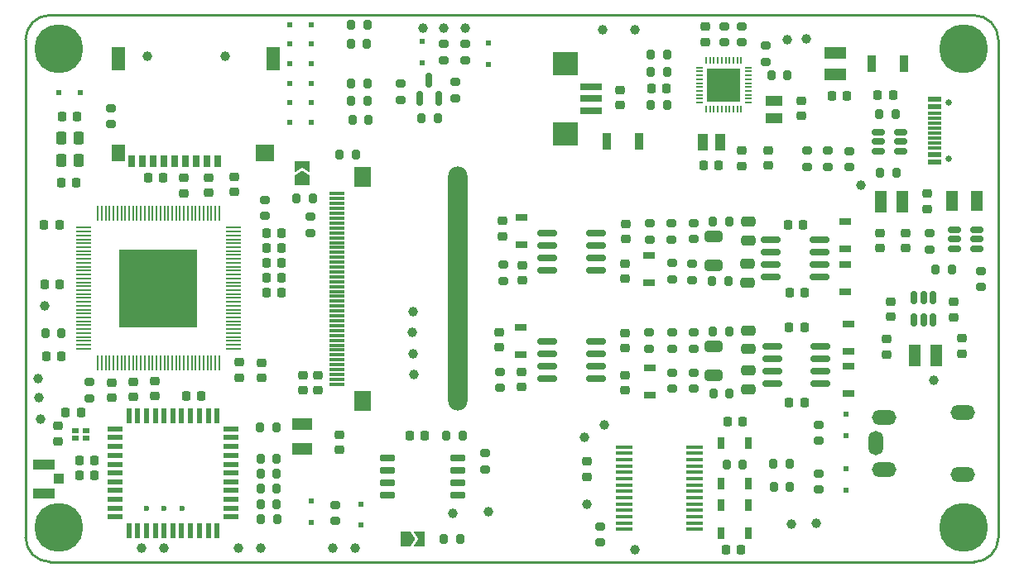
<source format=gbr>
%TF.GenerationSoftware,KiCad,Pcbnew,(6.0.4)*%
%TF.CreationDate,2023-03-22T18:48:28+03:00*%
%TF.ProjectId,mp3_test_board,6d70335f-7465-4737-945f-626f6172642e,rev?*%
%TF.SameCoordinates,Original*%
%TF.FileFunction,Soldermask,Bot*%
%TF.FilePolarity,Negative*%
%FSLAX46Y46*%
G04 Gerber Fmt 4.6, Leading zero omitted, Abs format (unit mm)*
G04 Created by KiCad (PCBNEW (6.0.4)) date 2023-03-22 18:48:28*
%MOMM*%
%LPD*%
G01*
G04 APERTURE LIST*
G04 Aperture macros list*
%AMRoundRect*
0 Rectangle with rounded corners*
0 $1 Rounding radius*
0 $2 $3 $4 $5 $6 $7 $8 $9 X,Y pos of 4 corners*
0 Add a 4 corners polygon primitive as box body*
4,1,4,$2,$3,$4,$5,$6,$7,$8,$9,$2,$3,0*
0 Add four circle primitives for the rounded corners*
1,1,$1+$1,$2,$3*
1,1,$1+$1,$4,$5*
1,1,$1+$1,$6,$7*
1,1,$1+$1,$8,$9*
0 Add four rect primitives between the rounded corners*
20,1,$1+$1,$2,$3,$4,$5,0*
20,1,$1+$1,$4,$5,$6,$7,0*
20,1,$1+$1,$6,$7,$8,$9,0*
20,1,$1+$1,$8,$9,$2,$3,0*%
%AMFreePoly0*
4,1,6,1.000000,0.000000,0.500000,-0.750000,-0.500000,-0.750000,-0.500000,0.750000,0.500000,0.750000,1.000000,0.000000,1.000000,0.000000,$1*%
%AMFreePoly1*
4,1,6,0.500000,-0.750000,-0.650000,-0.750000,-0.150000,0.000000,-0.650000,0.750000,0.500000,0.750000,0.500000,-0.750000,0.500000,-0.750000,$1*%
G04 Aperture macros list end*
%TA.AperFunction,Profile*%
%ADD10C,0.250000*%
%TD*%
%ADD11C,1.000000*%
%ADD12C,5.000000*%
%ADD13C,0.800000*%
%ADD14O,2.000000X25.000000*%
%ADD15R,1.500000X0.300000*%
%ADD16R,1.700000X2.000000*%
%ADD17RoundRect,0.225000X0.250000X-0.225000X0.250000X0.225000X-0.250000X0.225000X-0.250000X-0.225000X0*%
%ADD18RoundRect,0.200000X-0.200000X-0.275000X0.200000X-0.275000X0.200000X0.275000X-0.200000X0.275000X0*%
%ADD19RoundRect,0.225000X-0.225000X-0.250000X0.225000X-0.250000X0.225000X0.250000X-0.225000X0.250000X0*%
%ADD20RoundRect,0.200000X0.275000X-0.200000X0.275000X0.200000X-0.275000X0.200000X-0.275000X-0.200000X0*%
%ADD21R,1.770000X1.100000*%
%ADD22R,0.500000X0.500000*%
%ADD23RoundRect,0.225000X0.225000X0.250000X-0.225000X0.250000X-0.225000X-0.250000X0.225000X-0.250000X0*%
%ADD24RoundRect,0.200000X0.200000X0.275000X-0.200000X0.275000X-0.200000X-0.275000X0.200000X-0.275000X0*%
%ADD25RoundRect,0.250000X0.650000X-0.325000X0.650000X0.325000X-0.650000X0.325000X-0.650000X-0.325000X0*%
%ADD26R,1.240000X2.220000*%
%ADD27R,1.200000X0.800000*%
%ADD28RoundRect,0.250000X0.475000X-0.250000X0.475000X0.250000X-0.475000X0.250000X-0.475000X-0.250000X0*%
%ADD29RoundRect,0.200000X-0.275000X0.200000X-0.275000X-0.200000X0.275000X-0.200000X0.275000X0.200000X0*%
%ADD30R,0.800000X1.200000*%
%ADD31R,1.050000X1.000000*%
%ADD32R,2.200000X1.050000*%
%ADD33FreePoly0,90.000000*%
%ADD34FreePoly1,90.000000*%
%ADD35RoundRect,0.225000X-0.250000X0.225000X-0.250000X-0.225000X0.250000X-0.225000X0.250000X0.225000X0*%
%ADD36RoundRect,0.150000X-0.512500X-0.150000X0.512500X-0.150000X0.512500X0.150000X-0.512500X0.150000X0*%
%ADD37RoundRect,0.150000X0.650000X0.150000X-0.650000X0.150000X-0.650000X-0.150000X0.650000X-0.150000X0*%
%ADD38RoundRect,0.150000X-0.825000X-0.150000X0.825000X-0.150000X0.825000X0.150000X-0.825000X0.150000X0*%
%ADD39R,0.730000X0.600000*%
%ADD40R,2.000000X1.250000*%
%ADD41FreePoly0,0.000000*%
%ADD42FreePoly1,0.000000*%
%ADD43O,1.500000X2.500000*%
%ADD44O,2.500000X1.500000*%
%ADD45R,0.820000X1.820000*%
%ADD46RoundRect,0.062500X-0.062500X0.675000X-0.062500X-0.675000X0.062500X-0.675000X0.062500X0.675000X0*%
%ADD47RoundRect,0.062500X-0.675000X0.062500X-0.675000X-0.062500X0.675000X-0.062500X0.675000X0.062500X0*%
%ADD48R,8.000000X8.000000*%
%ADD49C,0.650000*%
%ADD50R,1.450000X0.600000*%
%ADD51R,1.450000X0.300000*%
%ADD52RoundRect,0.150000X0.150000X-0.512500X0.150000X0.512500X-0.150000X0.512500X-0.150000X-0.512500X0*%
%ADD53RoundRect,0.150000X0.150000X-0.587500X0.150000X0.587500X-0.150000X0.587500X-0.150000X-0.587500X0*%
%ADD54R,2.200000X0.800000*%
%ADD55R,2.500000X2.350000*%
%ADD56R,1.500000X0.600000*%
%ADD57R,0.600000X1.500000*%
%ADD58C,0.600000*%
%ADD59R,2.220000X1.240000*%
%ADD60RoundRect,0.275000X-0.275000X0.375000X-0.275000X-0.375000X0.275000X-0.375000X0.275000X0.375000X0*%
%ADD61C,0.999997*%
%ADD62R,0.700000X1.300000*%
%ADD63R,1.447800X1.651000*%
%ADD64R,1.854200X1.651000*%
%ADD65R,1.447800X2.438400*%
%ADD66O,0.200000X0.800000*%
%ADD67O,0.800000X0.200000*%
%ADD68R,3.400000X3.400000*%
%ADD69R,1.750000X0.450000*%
%ADD70RoundRect,0.150000X0.512500X0.150000X-0.512500X0.150000X-0.512500X-0.150000X0.512500X-0.150000X0*%
%ADD71R,1.250000X2.000000*%
%ADD72R,1.100000X1.770000*%
G04 APERTURE END LIST*
D10*
X173460000Y-99250000D02*
G75*
G03*
X175960000Y-96750000I-100J2500100D01*
G01*
X175960000Y-45750000D02*
G75*
G03*
X173460000Y-43250000I-2500000J0D01*
G01*
X78967767Y-43232167D02*
G75*
G03*
X76467767Y-45732233I33J-2500033D01*
G01*
X76467767Y-45732233D02*
X76467767Y-96732233D01*
X78967767Y-99232233D02*
X173467767Y-99232233D01*
X175960000Y-96750000D02*
X175960000Y-45750000D01*
X173467767Y-43232233D02*
X78967767Y-43232233D01*
X76467767Y-96732233D02*
G75*
G03*
X78967767Y-99232233I2500033J33D01*
G01*
D11*
%TO.C,SW7*%
X107850000Y-97852500D03*
X110150000Y-97852500D03*
%TD*%
%TO.C,SW6*%
X100550000Y-97780000D03*
X98250000Y-97780000D03*
%TD*%
D12*
%TO.C,H4*%
X172400000Y-46700000D03*
D13*
X173725825Y-48025825D03*
X174275000Y-46700000D03*
X170525000Y-46700000D03*
X171074175Y-48025825D03*
X173725825Y-45374175D03*
X172400000Y-44825000D03*
X171074175Y-45374175D03*
X172400000Y-48575000D03*
%TD*%
%TO.C,H2*%
X79900000Y-48575000D03*
X81225825Y-45374175D03*
X78574175Y-45374175D03*
D12*
X79900000Y-46700000D03*
D13*
X79900000Y-44825000D03*
X81225825Y-48025825D03*
X81775000Y-46700000D03*
X78574175Y-48025825D03*
X78025000Y-46700000D03*
%TD*%
D14*
%TO.C,P1*%
X120710000Y-71222533D03*
D15*
X108305936Y-81036943D03*
X108305936Y-80536943D03*
X108305936Y-80036943D03*
X108305936Y-79536943D03*
X108305936Y-79036943D03*
X108305936Y-78536943D03*
X108305936Y-78036943D03*
X108305936Y-77536943D03*
X108305936Y-77036943D03*
X108305936Y-76536943D03*
X108305936Y-76036943D03*
X108305936Y-75536943D03*
X108305936Y-75036943D03*
X108305936Y-74536943D03*
X108305936Y-74036943D03*
X108305936Y-73536943D03*
X108305936Y-73036943D03*
X108305936Y-72536943D03*
X108305936Y-72036943D03*
X108305936Y-71536943D03*
X108305936Y-71036943D03*
X108305936Y-70536943D03*
X108305936Y-70036943D03*
X108305936Y-69536943D03*
X108305936Y-69036943D03*
X108305936Y-68536943D03*
X108305936Y-68036943D03*
X108305936Y-67536943D03*
X108305936Y-67036943D03*
X108305936Y-66536943D03*
X108305936Y-66036943D03*
X108305936Y-65536943D03*
X108305936Y-65036943D03*
X108305936Y-64536943D03*
X108305936Y-64036943D03*
X108305936Y-63536943D03*
X108305936Y-63036943D03*
X108305936Y-62536943D03*
X108305936Y-62036943D03*
X108305936Y-61536943D03*
D16*
X110905936Y-59836943D03*
X110905936Y-82736943D03*
%TD*%
D13*
%TO.C,H1*%
X81225825Y-97025825D03*
X81775000Y-95700000D03*
X78574175Y-97025825D03*
D12*
X79900000Y-95700000D03*
D13*
X79900000Y-93825000D03*
X79900000Y-97575000D03*
X81225825Y-94374175D03*
X78025000Y-95700000D03*
X78574175Y-94374175D03*
%TD*%
D11*
%TO.C,SW8*%
X88350000Y-97780000D03*
X90650000Y-97780000D03*
%TD*%
D13*
%TO.C,H3*%
X174275000Y-95700000D03*
X173725825Y-97025825D03*
X171074175Y-94374175D03*
X171074175Y-97025825D03*
D12*
X172400000Y-95700000D03*
D13*
X170525000Y-95700000D03*
X173725825Y-94374175D03*
X172400000Y-97575000D03*
X172400000Y-93825000D03*
%TD*%
D17*
%TO.C,C18*%
X98321747Y-80348555D03*
X98321747Y-78798555D03*
%TD*%
D11*
%TO.C,TP17*%
X77961747Y-84613555D03*
%TD*%
D18*
%TO.C,R38*%
X146685000Y-70510000D03*
X148335000Y-70510000D03*
%TD*%
D19*
%TO.C,C35*%
X154607700Y-71653938D03*
X156157700Y-71653938D03*
%TD*%
D20*
%TO.C,R13*%
X160722700Y-58788938D03*
X160722700Y-57138938D03*
%TD*%
D21*
%TO.C,L2*%
X152985000Y-53765000D03*
X152985000Y-51995000D03*
%TD*%
D22*
%TO.C,D6*%
X105650000Y-52200000D03*
X103450000Y-52200000D03*
%TD*%
D19*
%TO.C,C14*%
X101095000Y-70120000D03*
X102645000Y-70120000D03*
%TD*%
%TO.C,C12*%
X101095000Y-67120000D03*
X102645000Y-67120000D03*
%TD*%
D23*
%TO.C,C17*%
X79965000Y-70850000D03*
X78415000Y-70850000D03*
%TD*%
D11*
%TO.C,TP13*%
X154800000Y-95353938D03*
%TD*%
D24*
%TO.C,R62*%
X102126747Y-88653555D03*
X100476747Y-88653555D03*
%TD*%
D18*
%TO.C,R37*%
X146775000Y-64350000D03*
X148425000Y-64350000D03*
%TD*%
D25*
%TO.C,C48*%
X146820000Y-80145000D03*
X146820000Y-77195000D03*
%TD*%
D11*
%TO.C,TP23*%
X133620400Y-86492876D03*
%TD*%
D24*
%TO.C,R20*%
X165425000Y-53400000D03*
X163775000Y-53400000D03*
%TD*%
D26*
%TO.C,FB3*%
X166142700Y-62383938D03*
X163962700Y-62383938D03*
%TD*%
D22*
%TO.C,D9*%
X160350000Y-89700000D03*
X160350000Y-91900000D03*
%TD*%
D27*
%TO.C,C54*%
X160300000Y-67175000D03*
X160300000Y-64375000D03*
%TD*%
D20*
%TO.C,R33*%
X144790000Y-66175000D03*
X144790000Y-64525000D03*
%TD*%
D11*
%TO.C,TP22*%
X135680400Y-85242876D03*
%TD*%
D28*
%TO.C,C52*%
X150400000Y-81550000D03*
X150400000Y-79650000D03*
%TD*%
D29*
%TO.C,R12*%
X158532700Y-57108938D03*
X158532700Y-58758938D03*
%TD*%
D11*
%TO.C,TP9*%
X121400000Y-44600000D03*
%TD*%
D30*
%TO.C,C31*%
X147607700Y-91178938D03*
X150407700Y-91178938D03*
%TD*%
D24*
%TO.C,R56*%
X111355000Y-46150000D03*
X109705000Y-46150000D03*
%TD*%
%TO.C,R43*%
X142085000Y-49050000D03*
X140435000Y-49050000D03*
%TD*%
D19*
%TO.C,C13*%
X101095000Y-68620000D03*
X102645000Y-68620000D03*
%TD*%
D17*
%TO.C,C20*%
X137782700Y-81678938D03*
X137782700Y-80128938D03*
%TD*%
D31*
%TO.C,RF1*%
X79841747Y-90733555D03*
D32*
X78321747Y-92203555D03*
X78321747Y-89263555D03*
%TD*%
D23*
%TO.C,C56*%
X83536747Y-88833555D03*
X81986747Y-88833555D03*
%TD*%
D20*
%TO.C,R30*%
X142600000Y-81500000D03*
X142600000Y-79850000D03*
%TD*%
D27*
%TO.C,C29*%
X140200000Y-67875000D03*
X140200000Y-70675000D03*
%TD*%
%TO.C,C53*%
X160300000Y-71575000D03*
X160300000Y-68775000D03*
%TD*%
D11*
%TO.C,TP1*%
X116220000Y-80000000D03*
%TD*%
%TO.C,TP12*%
X120131747Y-94288555D03*
%TD*%
D33*
%TO.C,JP2*%
X104780000Y-60145000D03*
D34*
X104780000Y-58695000D03*
%TD*%
D24*
%TO.C,R45*%
X142085000Y-47250000D03*
X140435000Y-47250000D03*
%TD*%
D11*
%TO.C,TP15*%
X154332700Y-45763938D03*
%TD*%
D20*
%TO.C,R23*%
X135230400Y-97237876D03*
X135230400Y-95587876D03*
%TD*%
%TO.C,R36*%
X144800000Y-81500000D03*
X144800000Y-79850000D03*
%TD*%
%TO.C,R21*%
X123471747Y-89763555D03*
X123471747Y-88113555D03*
%TD*%
D35*
%TO.C,C2*%
X104821747Y-80098555D03*
X104821747Y-81648555D03*
%TD*%
D28*
%TO.C,C49*%
X150420000Y-66310000D03*
X150420000Y-64410000D03*
%TD*%
D17*
%TO.C,C4*%
X92652700Y-61458938D03*
X92652700Y-59908938D03*
%TD*%
D36*
%TO.C,U2*%
X163662500Y-57150000D03*
X163662500Y-56200000D03*
X163662500Y-55250000D03*
X165937500Y-55250000D03*
X165937500Y-56200000D03*
X165937500Y-57150000D03*
%TD*%
D35*
%TO.C,C19*%
X89681747Y-80728555D03*
X89681747Y-82278555D03*
%TD*%
D11*
%TO.C,TP20*%
X161932700Y-60663938D03*
%TD*%
D25*
%TO.C,C47*%
X146795000Y-68850000D03*
X146795000Y-65900000D03*
%TD*%
D22*
%TO.C,D4*%
X105650000Y-48200000D03*
X103450000Y-48200000D03*
%TD*%
D20*
%TO.C,R3*%
X105590000Y-65525000D03*
X105590000Y-63875000D03*
%TD*%
D37*
%TO.C,U3*%
X120701747Y-88563555D03*
X120701747Y-89833555D03*
X120701747Y-91103555D03*
X120701747Y-92373555D03*
X113501747Y-92373555D03*
X113501747Y-91103555D03*
X113501747Y-89833555D03*
X113501747Y-88563555D03*
%TD*%
D38*
%TO.C,U8*%
X152825000Y-81005000D03*
X152825000Y-79735000D03*
X152825000Y-78465000D03*
X152825000Y-77195000D03*
X157775000Y-77195000D03*
X157775000Y-78465000D03*
X157775000Y-79735000D03*
X157775000Y-81005000D03*
%TD*%
D17*
%TO.C,C61*%
X137300000Y-52475000D03*
X137300000Y-50925000D03*
%TD*%
D11*
%TO.C,TP14*%
X157300000Y-95300000D03*
%TD*%
D23*
%TO.C,C59*%
X83506747Y-90403555D03*
X81956747Y-90403555D03*
%TD*%
D27*
%TO.C,C30*%
X127200000Y-66775000D03*
X127200000Y-63975000D03*
%TD*%
D24*
%TO.C,R58*%
X102166747Y-91763555D03*
X100516747Y-91763555D03*
%TD*%
D11*
%TO.C,TP3*%
X116032700Y-75723938D03*
%TD*%
D22*
%TO.C,D2*%
X105650000Y-44200000D03*
X103450000Y-44200000D03*
%TD*%
D17*
%TO.C,C70*%
X164952700Y-74138938D03*
X164952700Y-72588938D03*
%TD*%
D11*
%TO.C,TP8*%
X117080000Y-44600000D03*
%TD*%
D35*
%TO.C,C68*%
X152405000Y-57095000D03*
X152405000Y-58645000D03*
%TD*%
D24*
%TO.C,R2*%
X118607500Y-53800000D03*
X116957500Y-53800000D03*
%TD*%
D39*
%TO.C,Y2*%
X81581747Y-85793555D03*
X82681747Y-85793555D03*
X82681747Y-86593555D03*
X81581747Y-86593555D03*
%TD*%
D20*
%TO.C,R11*%
X156422700Y-58768938D03*
X156422700Y-57118938D03*
%TD*%
D40*
%TO.C,L1*%
X104711747Y-85108555D03*
X104711747Y-87658555D03*
%TD*%
D11*
%TO.C,TP19*%
X169382700Y-80623938D03*
%TD*%
D20*
%TO.C,R34*%
X144625000Y-70365000D03*
X144625000Y-68715000D03*
%TD*%
D26*
%TO.C,FB2*%
X169572700Y-78073938D03*
X167392700Y-78073938D03*
%TD*%
D35*
%TO.C,C34*%
X124932700Y-75678938D03*
X124932700Y-77228938D03*
%TD*%
D19*
%TO.C,C6*%
X80185000Y-53610000D03*
X81735000Y-53610000D03*
%TD*%
D29*
%TO.C,R7*%
X108161747Y-93383555D03*
X108161747Y-95033555D03*
%TD*%
D20*
%TO.C,R22*%
X85200000Y-54425000D03*
X85200000Y-52775000D03*
%TD*%
D19*
%TO.C,C15*%
X101095000Y-71620000D03*
X102645000Y-71620000D03*
%TD*%
D24*
%TO.C,R17*%
X121146747Y-86278555D03*
X119496747Y-86278555D03*
%TD*%
D19*
%TO.C,C55*%
X154557700Y-75253938D03*
X156107700Y-75253938D03*
%TD*%
D24*
%TO.C,R9*%
X154637700Y-91533938D03*
X152987700Y-91533938D03*
%TD*%
%TO.C,R60*%
X102166747Y-90203555D03*
X100516747Y-90203555D03*
%TD*%
D27*
%TO.C,C58*%
X160600000Y-77700000D03*
X160600000Y-74900000D03*
%TD*%
D23*
%TO.C,C10*%
X79905000Y-64730000D03*
X78355000Y-64730000D03*
%TD*%
D20*
%TO.C,R4*%
X120432500Y-51745000D03*
X120432500Y-50095000D03*
%TD*%
D24*
%TO.C,R15*%
X111425000Y-52000000D03*
X109775000Y-52000000D03*
%TD*%
D28*
%TO.C,C51*%
X150400000Y-77425000D03*
X150400000Y-75525000D03*
%TD*%
D19*
%TO.C,C77*%
X80576747Y-83953555D03*
X82126747Y-83953555D03*
%TD*%
D20*
%TO.C,R32*%
X142600000Y-70300000D03*
X142600000Y-68650000D03*
%TD*%
D18*
%TO.C,R6*%
X119246747Y-96908555D03*
X120896747Y-96908555D03*
%TD*%
D29*
%TO.C,R55*%
X149750000Y-44375000D03*
X149750000Y-46025000D03*
%TD*%
D23*
%TO.C,C25*%
X165175000Y-51400000D03*
X163625000Y-51400000D03*
%TD*%
D24*
%TO.C,R65*%
X102116747Y-85473555D03*
X100466747Y-85473555D03*
%TD*%
D11*
%TO.C,TP11*%
X123831747Y-94088555D03*
%TD*%
D29*
%TO.C,R54*%
X147950000Y-44375000D03*
X147950000Y-46025000D03*
%TD*%
D22*
%TO.C,D1*%
X110780000Y-93290000D03*
X110780000Y-95490000D03*
%TD*%
D17*
%TO.C,C8*%
X95202700Y-61408938D03*
X95202700Y-59858938D03*
%TD*%
D18*
%TO.C,R49*%
X152725000Y-49400000D03*
X154375000Y-49400000D03*
%TD*%
D41*
%TO.C,JP1*%
X115336747Y-96878555D03*
D42*
X116786747Y-96878555D03*
%TD*%
D29*
%TO.C,R52*%
X119200000Y-46175000D03*
X119200000Y-47825000D03*
%TD*%
D24*
%TO.C,R53*%
X105825000Y-62000000D03*
X104175000Y-62000000D03*
%TD*%
D43*
%TO.C,J2*%
X163395000Y-87100000D03*
D44*
X164295000Y-84450000D03*
X172295000Y-90300000D03*
X172295000Y-83900000D03*
X164295000Y-89750000D03*
%TD*%
D24*
%TO.C,R14*%
X111545000Y-53930000D03*
X109895000Y-53930000D03*
%TD*%
D45*
%TO.C,F2*%
X135900000Y-56200000D03*
X139200000Y-56200000D03*
%TD*%
D29*
%TO.C,R31*%
X142545000Y-64550000D03*
X142545000Y-66200000D03*
%TD*%
D30*
%TO.C,C38*%
X147607700Y-96278938D03*
X150407700Y-96278938D03*
%TD*%
D19*
%TO.C,C11*%
X101085000Y-65520000D03*
X102635000Y-65520000D03*
%TD*%
D11*
%TO.C,TP25*%
X138771747Y-44693555D03*
%TD*%
D18*
%TO.C,R10*%
X152955000Y-89190000D03*
X154605000Y-89190000D03*
%TD*%
D20*
%TO.C,R1*%
X114792500Y-51922500D03*
X114792500Y-50272500D03*
%TD*%
D35*
%TO.C,C64*%
X155800000Y-52025000D03*
X155800000Y-53575000D03*
%TD*%
D11*
%TO.C,TP2*%
X116090000Y-77890000D03*
%TD*%
D35*
%TO.C,C44*%
X137895000Y-64600000D03*
X137895000Y-66150000D03*
%TD*%
D23*
%TO.C,C27*%
X90567700Y-59893938D03*
X89017700Y-59893938D03*
%TD*%
%TO.C,C66*%
X94446747Y-82210000D03*
X92896747Y-82210000D03*
%TD*%
D17*
%TO.C,C60*%
X108550000Y-87735000D03*
X108550000Y-86185000D03*
%TD*%
D35*
%TO.C,C42*%
X127200000Y-79800000D03*
X127200000Y-81350000D03*
%TD*%
D30*
%TO.C,C36*%
X147607700Y-87078938D03*
X150407700Y-87078938D03*
%TD*%
D46*
%TO.C,U1*%
X83860000Y-63537500D03*
X84260000Y-63537500D03*
X84660000Y-63537500D03*
X85060000Y-63537500D03*
X85460000Y-63537500D03*
X85860000Y-63537500D03*
X86260000Y-63537500D03*
X86660000Y-63537500D03*
X87060000Y-63537500D03*
X87460000Y-63537500D03*
X87860000Y-63537500D03*
X88260000Y-63537500D03*
X88660000Y-63537500D03*
X89060000Y-63537500D03*
X89460000Y-63537500D03*
X89860000Y-63537500D03*
X90260000Y-63537500D03*
X90660000Y-63537500D03*
X91060000Y-63537500D03*
X91460000Y-63537500D03*
X91860000Y-63537500D03*
X92260000Y-63537500D03*
X92660000Y-63537500D03*
X93060000Y-63537500D03*
X93460000Y-63537500D03*
X93860000Y-63537500D03*
X94260000Y-63537500D03*
X94660000Y-63537500D03*
X95060000Y-63537500D03*
X95460000Y-63537500D03*
X95860000Y-63537500D03*
X96260000Y-63537500D03*
D47*
X97722500Y-65000000D03*
X97722500Y-65400000D03*
X97722500Y-65800000D03*
X97722500Y-66200000D03*
X97722500Y-66600000D03*
X97722500Y-67000000D03*
X97722500Y-67400000D03*
X97722500Y-67800000D03*
X97722500Y-68200000D03*
X97722500Y-68600000D03*
X97722500Y-69000000D03*
X97722500Y-69400000D03*
X97722500Y-69800000D03*
X97722500Y-70200000D03*
X97722500Y-70600000D03*
X97722500Y-71000000D03*
X97722500Y-71400000D03*
X97722500Y-71800000D03*
X97722500Y-72200000D03*
X97722500Y-72600000D03*
X97722500Y-73000000D03*
X97722500Y-73400000D03*
X97722500Y-73800000D03*
X97722500Y-74200000D03*
X97722500Y-74600000D03*
X97722500Y-75000000D03*
X97722500Y-75400000D03*
X97722500Y-75800000D03*
X97722500Y-76200000D03*
X97722500Y-76600000D03*
X97722500Y-77000000D03*
X97722500Y-77400000D03*
D46*
X96260000Y-78862500D03*
X95860000Y-78862500D03*
X95460000Y-78862500D03*
X95060000Y-78862500D03*
X94660000Y-78862500D03*
X94260000Y-78862500D03*
X93860000Y-78862500D03*
X93460000Y-78862500D03*
X93060000Y-78862500D03*
X92660000Y-78862500D03*
X92260000Y-78862500D03*
X91860000Y-78862500D03*
X91460000Y-78862500D03*
X91060000Y-78862500D03*
X90660000Y-78862500D03*
X90260000Y-78862500D03*
X89860000Y-78862500D03*
X89460000Y-78862500D03*
X89060000Y-78862500D03*
X88660000Y-78862500D03*
X88260000Y-78862500D03*
X87860000Y-78862500D03*
X87460000Y-78862500D03*
X87060000Y-78862500D03*
X86660000Y-78862500D03*
X86260000Y-78862500D03*
X85860000Y-78862500D03*
X85460000Y-78862500D03*
X85060000Y-78862500D03*
X84660000Y-78862500D03*
X84260000Y-78862500D03*
X83860000Y-78862500D03*
D47*
X82397500Y-77400000D03*
X82397500Y-77000000D03*
X82397500Y-76600000D03*
X82397500Y-76200000D03*
X82397500Y-75800000D03*
X82397500Y-75400000D03*
X82397500Y-75000000D03*
X82397500Y-74600000D03*
X82397500Y-74200000D03*
X82397500Y-73800000D03*
X82397500Y-73400000D03*
X82397500Y-73000000D03*
X82397500Y-72600000D03*
X82397500Y-72200000D03*
X82397500Y-71800000D03*
X82397500Y-71400000D03*
X82397500Y-71000000D03*
X82397500Y-70600000D03*
X82397500Y-70200000D03*
X82397500Y-69800000D03*
X82397500Y-69400000D03*
X82397500Y-69000000D03*
X82397500Y-68600000D03*
X82397500Y-68200000D03*
X82397500Y-67800000D03*
X82397500Y-67400000D03*
X82397500Y-67000000D03*
X82397500Y-66600000D03*
X82397500Y-66200000D03*
X82397500Y-65800000D03*
X82397500Y-65400000D03*
X82397500Y-65000000D03*
D48*
X90060000Y-71200000D03*
%TD*%
D49*
%TO.C,P2*%
X170855000Y-52180000D03*
X170855000Y-57960000D03*
D50*
X169410000Y-51845000D03*
X169410000Y-52620000D03*
D51*
X169410000Y-53820000D03*
X169410000Y-54820000D03*
X169410000Y-55320000D03*
X169410000Y-56320000D03*
X169410000Y-56820000D03*
X169410000Y-55820000D03*
X169410000Y-54320000D03*
X169410000Y-53320000D03*
D50*
X169410000Y-57520000D03*
X169410000Y-58295000D03*
%TD*%
D17*
%TO.C,C9*%
X97832700Y-61368938D03*
X97832700Y-59818938D03*
%TD*%
D18*
%TO.C,R63*%
X100546747Y-94833555D03*
X102196747Y-94833555D03*
%TD*%
D38*
%TO.C,U7*%
X152680000Y-70045000D03*
X152680000Y-68775000D03*
X152680000Y-67505000D03*
X152680000Y-66235000D03*
X157630000Y-66235000D03*
X157630000Y-67505000D03*
X157630000Y-68775000D03*
X157630000Y-70045000D03*
%TD*%
D23*
%TO.C,C3*%
X80125000Y-78200000D03*
X78575000Y-78200000D03*
%TD*%
D11*
%TO.C,TP5*%
X77781747Y-80433555D03*
%TD*%
%TO.C,TP10*%
X119200000Y-44600000D03*
%TD*%
D18*
%TO.C,R48*%
X169537700Y-69313938D03*
X171187700Y-69313938D03*
%TD*%
D20*
%TO.C,R50*%
X152150000Y-48025000D03*
X152150000Y-46375000D03*
%TD*%
D23*
%TO.C,C26*%
X117296747Y-86308555D03*
X115746747Y-86308555D03*
%TD*%
D22*
%TO.C,D10*%
X160350000Y-86300000D03*
X160350000Y-84100000D03*
%TD*%
D35*
%TO.C,C67*%
X149735000Y-57125000D03*
X149735000Y-58675000D03*
%TD*%
D30*
%TO.C,C37*%
X147607700Y-93378938D03*
X150407700Y-93378938D03*
%TD*%
D23*
%TO.C,C62*%
X142035000Y-50750000D03*
X140485000Y-50750000D03*
%TD*%
D29*
%TO.C,R26*%
X125000000Y-79750000D03*
X125000000Y-81400000D03*
%TD*%
%TO.C,R41*%
X157550000Y-85175000D03*
X157550000Y-86825000D03*
%TD*%
D18*
%TO.C,R5*%
X78465000Y-75770000D03*
X80115000Y-75770000D03*
%TD*%
D19*
%TO.C,C65*%
X145825000Y-58600000D03*
X147375000Y-58600000D03*
%TD*%
D22*
%TO.C,D13*%
X123800000Y-48300000D03*
X123800000Y-46100000D03*
%TD*%
D52*
%TO.C,U11*%
X169250000Y-74437500D03*
X168300000Y-74437500D03*
X167350000Y-74437500D03*
X167350000Y-72162500D03*
X168300000Y-72162500D03*
X169250000Y-72162500D03*
%TD*%
D18*
%TO.C,R44*%
X140435000Y-52450000D03*
X142085000Y-52450000D03*
%TD*%
D19*
%TO.C,C45*%
X154457700Y-64753938D03*
X156007700Y-64753938D03*
%TD*%
D24*
%TO.C,R59*%
X102166747Y-93323555D03*
X100516747Y-93323555D03*
%TD*%
D22*
%TO.C,D8*%
X79900000Y-51200000D03*
X82100000Y-51200000D03*
%TD*%
%TO.C,D7*%
X105650000Y-54200000D03*
X103450000Y-54200000D03*
%TD*%
D29*
%TO.C,R27*%
X140200000Y-75750000D03*
X140200000Y-77400000D03*
%TD*%
D53*
%TO.C,Q1*%
X118692500Y-51757500D03*
X116792500Y-51757500D03*
X117742500Y-49882500D03*
%TD*%
D54*
%TO.C,D11*%
X134300000Y-53050000D03*
X134300000Y-51800000D03*
X134300000Y-50550000D03*
D55*
X131700000Y-55430000D03*
X131700000Y-48170000D03*
%TD*%
D11*
%TO.C,TP4*%
X116060000Y-73630000D03*
%TD*%
D22*
%TO.C,D14*%
X117000000Y-48100000D03*
X117000000Y-45900000D03*
%TD*%
D35*
%TO.C,C23*%
X87491747Y-80778555D03*
X87491747Y-82328555D03*
%TD*%
D18*
%TO.C,R39*%
X146775000Y-75610000D03*
X148425000Y-75610000D03*
%TD*%
D20*
%TO.C,R47*%
X168900000Y-67225000D03*
X168900000Y-65575000D03*
%TD*%
D19*
%TO.C,C5*%
X80117700Y-60413938D03*
X81667700Y-60413938D03*
%TD*%
D24*
%TO.C,R18*%
X110215000Y-57500000D03*
X108565000Y-57500000D03*
%TD*%
D29*
%TO.C,R29*%
X142600000Y-75750000D03*
X142600000Y-77400000D03*
%TD*%
D56*
%TO.C,U12*%
X85651747Y-94623555D03*
X85651747Y-93733555D03*
X85651747Y-92813555D03*
X85651747Y-91923555D03*
X85651747Y-91013555D03*
X85651747Y-90123555D03*
X85651747Y-89233555D03*
X85651747Y-88323555D03*
X85651747Y-87433555D03*
X85651747Y-86513555D03*
X85651747Y-85623555D03*
D57*
X87041747Y-84233555D03*
X87931747Y-84233555D03*
X88851747Y-84233555D03*
X89741747Y-84233555D03*
X90651747Y-84233555D03*
X91541747Y-84233555D03*
X92431747Y-84233555D03*
X93341747Y-84233555D03*
X94231747Y-84233555D03*
X95151747Y-84233555D03*
X96041747Y-84233555D03*
D56*
X97431747Y-85623555D03*
X97431747Y-86513555D03*
X97431747Y-87433555D03*
X97431747Y-88323555D03*
X97431747Y-89233555D03*
X97431747Y-90123555D03*
X97431747Y-91013555D03*
X97431747Y-91923555D03*
X97431747Y-92813555D03*
X97431747Y-93733555D03*
X97431747Y-94623555D03*
D57*
X96041747Y-96013555D03*
X95151747Y-96013555D03*
X94231747Y-96013555D03*
X93341747Y-96013555D03*
X92431747Y-96013555D03*
X91541747Y-96013555D03*
X90651747Y-96013555D03*
X89741747Y-96013555D03*
X88851747Y-96013555D03*
X87931747Y-96013555D03*
X87041747Y-96013555D03*
D58*
X88841747Y-93733555D03*
X90641747Y-93733555D03*
X92441747Y-93733555D03*
%TD*%
D45*
%TO.C,F1*%
X163040000Y-48170000D03*
X166340000Y-48170000D03*
%TD*%
D24*
%TO.C,R19*%
X165525000Y-59400000D03*
X163875000Y-59400000D03*
%TD*%
D29*
%TO.C,R28*%
X140345000Y-64550000D03*
X140345000Y-66200000D03*
%TD*%
D11*
%TO.C,TP18*%
X133890000Y-93370000D03*
%TD*%
D35*
%TO.C,C16*%
X125232700Y-64328938D03*
X125232700Y-65878938D03*
%TD*%
D20*
%TO.C,R51*%
X121400000Y-47825000D03*
X121400000Y-46175000D03*
%TD*%
D38*
%TO.C,U5*%
X129820000Y-69395000D03*
X129820000Y-68125000D03*
X129820000Y-66855000D03*
X129820000Y-65585000D03*
X134770000Y-65585000D03*
X134770000Y-66855000D03*
X134770000Y-68125000D03*
X134770000Y-69395000D03*
%TD*%
D11*
%TO.C,TP21*%
X138800000Y-97990000D03*
%TD*%
%TO.C,TP7*%
X77831747Y-82423555D03*
%TD*%
D19*
%TO.C,C46*%
X154557700Y-82903938D03*
X156107700Y-82903938D03*
%TD*%
D18*
%TO.C,R24*%
X148182700Y-89278938D03*
X149832700Y-89278938D03*
%TD*%
D11*
%TO.C,TP16*%
X156292700Y-45663938D03*
%TD*%
D59*
%TO.C,FB1*%
X159282700Y-49293938D03*
X159282700Y-47113938D03*
%TD*%
D60*
%TO.C,Y1*%
X81898977Y-55788457D03*
X81898977Y-58088457D03*
X80098977Y-58088457D03*
X80098977Y-55788457D03*
%TD*%
D22*
%TO.C,D12*%
X105680000Y-95170000D03*
X105680000Y-92970000D03*
%TD*%
D61*
%TO.C,J1*%
X88918900Y-47448338D03*
X96894500Y-47448338D03*
D62*
X96152500Y-58152738D03*
X95052500Y-58152738D03*
X93952500Y-58152738D03*
X92852500Y-58152738D03*
X91752500Y-58152738D03*
X90652500Y-58152738D03*
X89552500Y-58152738D03*
X88452500Y-58152738D03*
X87352500Y-58152738D03*
D63*
X85934100Y-57378938D03*
D64*
X100983900Y-57378938D03*
D65*
X101758900Y-47678938D03*
X85934100Y-47678938D03*
%TD*%
D29*
%TO.C,R8*%
X100910000Y-62175000D03*
X100910000Y-63825000D03*
%TD*%
D19*
%TO.C,C33*%
X148115400Y-97962876D03*
X149665400Y-97962876D03*
%TD*%
D27*
%TO.C,C39*%
X140300000Y-79375000D03*
X140300000Y-82175000D03*
%TD*%
D18*
%TO.C,R40*%
X146825000Y-81950000D03*
X148475000Y-81950000D03*
%TD*%
D24*
%TO.C,R16*%
X111425000Y-50200000D03*
X109775000Y-50200000D03*
%TD*%
D17*
%TO.C,C74*%
X164500000Y-77975000D03*
X164500000Y-76425000D03*
%TD*%
D38*
%TO.C,U6*%
X129825000Y-80480000D03*
X129825000Y-79210000D03*
X129825000Y-77940000D03*
X129825000Y-76670000D03*
X134775000Y-76670000D03*
X134775000Y-77940000D03*
X134775000Y-79210000D03*
X134775000Y-80480000D03*
%TD*%
D17*
%TO.C,C72*%
X172252700Y-77898938D03*
X172252700Y-76348938D03*
%TD*%
D35*
%TO.C,C76*%
X79791747Y-85328555D03*
X79791747Y-86878555D03*
%TD*%
%TO.C,C75*%
X163810000Y-65525000D03*
X163810000Y-67075000D03*
%TD*%
%TO.C,C22*%
X85301747Y-80848555D03*
X85301747Y-82398555D03*
%TD*%
%TO.C,C28*%
X133870400Y-88947876D03*
X133870400Y-90497876D03*
%TD*%
D29*
%TO.C,R25*%
X125285000Y-68785000D03*
X125285000Y-70435000D03*
%TD*%
D19*
%TO.C,C24*%
X158927700Y-51473938D03*
X160477700Y-51473938D03*
%TD*%
D35*
%TO.C,C69*%
X168700000Y-61525000D03*
X168700000Y-63075000D03*
%TD*%
D17*
%TO.C,C7*%
X137732700Y-70228938D03*
X137732700Y-68678938D03*
%TD*%
D66*
%TO.C,U9*%
X146060000Y-47900000D03*
X146460000Y-47900000D03*
X146860000Y-47900000D03*
X147260000Y-47900000D03*
X147660000Y-47900000D03*
X148060000Y-47900000D03*
X148460000Y-47900000D03*
X148860000Y-47900000D03*
X149260000Y-47900000D03*
X149660000Y-47900000D03*
D67*
X150360000Y-48600000D03*
X150360000Y-49000000D03*
X150360000Y-49400000D03*
X150360000Y-49800000D03*
X150360000Y-50200000D03*
X150360000Y-50600000D03*
X150360000Y-51000000D03*
X150360000Y-51400000D03*
X150360000Y-51800000D03*
X150360000Y-52200000D03*
D66*
X149660000Y-52900000D03*
X149260000Y-52900000D03*
X148860000Y-52900000D03*
X148460000Y-52900000D03*
X148060000Y-52900000D03*
X147660000Y-52900000D03*
X147260000Y-52900000D03*
X146860000Y-52900000D03*
X146460000Y-52900000D03*
X146060000Y-52900000D03*
D67*
X145360000Y-52200000D03*
X145360000Y-51800000D03*
X145360000Y-51400000D03*
X145360000Y-51000000D03*
X145360000Y-50600000D03*
X145360000Y-50200000D03*
X145360000Y-49800000D03*
X145360000Y-49400000D03*
X145360000Y-49000000D03*
X145360000Y-48600000D03*
D68*
X147860000Y-50400000D03*
%TD*%
D11*
%TO.C,TP6*%
X78432700Y-73003938D03*
%TD*%
D69*
%TO.C,U4*%
X137657700Y-95903938D03*
X137657700Y-95253938D03*
X137657700Y-94603938D03*
X137657700Y-93953938D03*
X137657700Y-93303938D03*
X137657700Y-92653938D03*
X137657700Y-92003938D03*
X137657700Y-91353938D03*
X137657700Y-90703938D03*
X137657700Y-90053938D03*
X137657700Y-89403938D03*
X137657700Y-88753938D03*
X137657700Y-88103938D03*
X137657700Y-87453938D03*
X144857700Y-87453938D03*
X144857700Y-88103938D03*
X144857700Y-88753938D03*
X144857700Y-89403938D03*
X144857700Y-90053938D03*
X144857700Y-90703938D03*
X144857700Y-91353938D03*
X144857700Y-92003938D03*
X144857700Y-92653938D03*
X144857700Y-93303938D03*
X144857700Y-93953938D03*
X144857700Y-94603938D03*
X144857700Y-95253938D03*
X144857700Y-95903938D03*
%TD*%
D70*
%TO.C,U10*%
X173747500Y-65242500D03*
X173747500Y-66192500D03*
X173747500Y-67142500D03*
X171472500Y-67142500D03*
X171472500Y-66192500D03*
X171472500Y-65242500D03*
%TD*%
D22*
%TO.C,D5*%
X105650000Y-50200000D03*
X103450000Y-50200000D03*
%TD*%
D35*
%TO.C,C43*%
X137800000Y-75800000D03*
X137800000Y-77350000D03*
%TD*%
%TO.C,C73*%
X166500000Y-65525000D03*
X166500000Y-67075000D03*
%TD*%
D29*
%TO.C,R42*%
X157550000Y-90175000D03*
X157550000Y-91825000D03*
%TD*%
D20*
%TO.C,R35*%
X144800000Y-77400000D03*
X144800000Y-75750000D03*
%TD*%
D71*
%TO.C,L4*%
X171235000Y-62292500D03*
X173785000Y-62292500D03*
%TD*%
D72*
%TO.C,L3*%
X147530000Y-56290000D03*
X145760000Y-56290000D03*
%TD*%
D35*
%TO.C,C1*%
X106401747Y-80098555D03*
X106401747Y-81648555D03*
%TD*%
D27*
%TO.C,C40*%
X127100000Y-77975000D03*
X127100000Y-75175000D03*
%TD*%
D20*
%TO.C,R64*%
X82991747Y-82475000D03*
X82991747Y-80825000D03*
%TD*%
D29*
%TO.C,R46*%
X174202700Y-69418938D03*
X174202700Y-71068938D03*
%TD*%
D35*
%TO.C,C71*%
X171400000Y-72625000D03*
X171400000Y-74175000D03*
%TD*%
D24*
%TO.C,R57*%
X111425000Y-44200000D03*
X109775000Y-44200000D03*
%TD*%
D22*
%TO.C,D3*%
X105650000Y-46200000D03*
X103450000Y-46200000D03*
%TD*%
D11*
%TO.C,TP24*%
X135471747Y-44763555D03*
%TD*%
D35*
%TO.C,C41*%
X127245000Y-68835000D03*
X127245000Y-70385000D03*
%TD*%
D28*
%TO.C,C50*%
X150335000Y-70630000D03*
X150335000Y-68730000D03*
%TD*%
D17*
%TO.C,C21*%
X100611747Y-80378555D03*
X100611747Y-78828555D03*
%TD*%
D35*
%TO.C,C63*%
X145950000Y-44425000D03*
X145950000Y-45975000D03*
%TD*%
D27*
%TO.C,C57*%
X160600000Y-82000000D03*
X160600000Y-79200000D03*
%TD*%
D19*
%TO.C,C32*%
X148232700Y-84878938D03*
X149782700Y-84878938D03*
%TD*%
M02*

</source>
